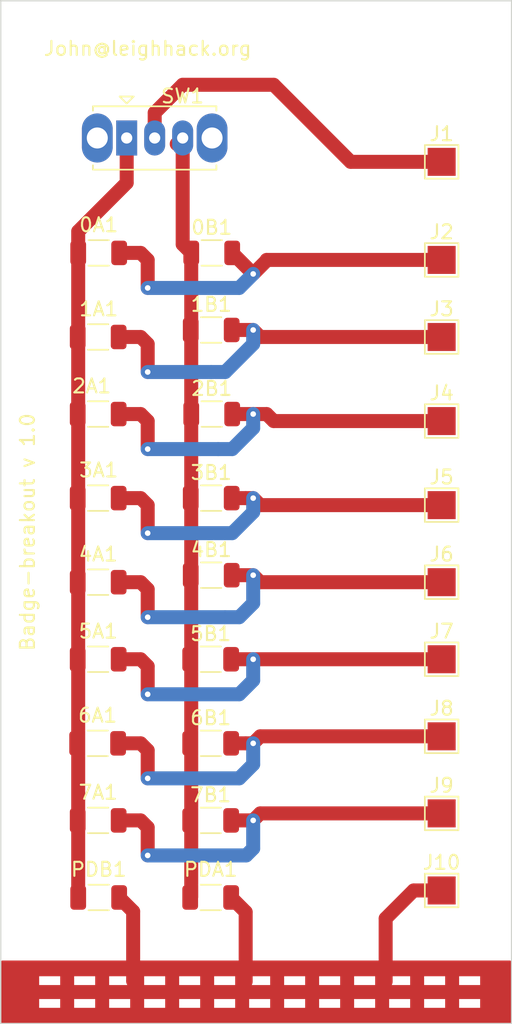
<source format=kicad_pcb>
(kicad_pcb (version 20240108) (generator "pcbnew") (generator_version "8.0")
  (layers (0 "F.Cu" signal) (31 "B.Cu" signal) (34 "B.Paste" user) (35 "F.Paste" user) (36 "B.SilkS" user "B.Silkscreen") (37 "F.SilkS" user "F.Silkscreen") (38 "B.Mask" user) (39 "F.Mask" user) (44 "Edge.Cuts" user))
  (net 0 "")
  (net 1 "Net-(J1-Pin_1)")
  (net 2 "Net-(J2-Pin_1)")
  (net 3 "GND")
  (net 4 "Net-(SW1A-A)")
  (net 5 "Net-(SW1A-C)")
  (net 6 "Net-(J3-Pin_1)")
  (net 7 "Net-(J4-Pin_1)")
  (net 8 "Net-(J5-Pin_1)")
  (net 9 "Net-(J6-Pin_1)")
  (net 10 "Net-(J8-Pin_1)")
  (net 11 "Net-(J9-Pin_1)")
  (net 12 "Net-(J7-Pin_1)")
  (footprint "TestPoint:TestPoint_Pad_2.0x2.0mm" (layer "F.Cu") (at 140.5 83)
    (property "Reference" "J5" (at 0 -1.998 0) (layer "F.SilkS"))
    (property "Value" "Bit")
    (fp_line (start -1.2 -1.2) (end 1.2 -1.2) (stroke (width 0.12)) (layer "F.SilkS"))
    (fp_line (start -1.2 1.2) (end -1.2 -1.2) (stroke (width 0.12)) (layer "F.SilkS"))
    (fp_line (start 1.2 -1.2) (end 1.2 1.2) (stroke (width 0.12)) (layer "F.SilkS"))
    (fp_line (start 1.2 1.2) (end -1.2 1.2) (stroke (width 0.12)) (layer "F.SilkS"))
    (pad "1" smd rect (at 0 0) (size 2 2) (layers "F.Cu" "F.Mask") (net 8 "Net-(J5-Pin_1)"))
  )
  (footprint "Resistor_SMD:R_1206_3216Metric" (layer "F.Cu") (at 115.9625 88.5)
    (property "Reference" "4A1" (at 0 -2 0) (layer "F.SilkS"))
    (property "Value" "R")
    (fp_line (start -0.727064 -0.91) (end 0.727064 -0.91) (stroke (width 0.12)) (layer "F.SilkS"))
    (fp_line (start -0.727064 0.91) (end 0.727064 0.91) (stroke (width 0.12)) (layer "F.SilkS"))
    (pad "1" smd roundrect (at -1.4625 0) (size 1.125 1.75) (layers "F.Cu" "F.Paste" "F.Mask") (roundrect_rratio 0.222222) (net 4 "Net-(SW1A-A)"))
    (pad "2" smd roundrect (at 1.4625 0) (size 1.125 1.75) (layers "F.Cu" "F.Paste" "F.Mask") (roundrect_rratio 0.222222) (net 9 "Net-(J6-Pin_1)"))
  )
  (footprint "Button_Switch_THT:SW_Slide_SPDT_Straight_CK_OS102011MS2Q" (layer "F.Cu") (at 118 56.7975)
    (property "Reference" "SW1" (at 3.99 -2.99 0) (layer "F.SilkS"))
    (property "Value" "SW_DPDT_x2")
    (fp_line (start -2.41 -2.26) (end 6.41 -2.26) (stroke (width 0.12)) (layer "F.SilkS"))
    (fp_line (start -2.41 -1.95) (end -2.41 -2.26) (stroke (width 0.12)) (layer "F.SilkS"))
    (fp_line (start -2.41 2.26) (end -2.41 1.95) (stroke (width 0.12)) (layer "F.SilkS"))
    (fp_line (start -0.5 -2.96) (end 0 -2.46) (stroke (width 0.12)) (layer "F.SilkS"))
    (fp_line (start 0 -2.46) (end 0.5 -2.96) (stroke (width 0.12)) (layer "F.SilkS"))
    (fp_line (start 0.5 -2.96) (end -0.5 -2.96) (stroke (width 0.12)) (layer "F.SilkS"))
    (fp_line (start 6.41 -2.26) (end 6.41 -1.95) (stroke (width 0.12)) (layer "F.SilkS"))
    (fp_line (start 6.41 2.26) (end -2.41 2.26) (stroke (width 0.12)) (layer "F.SilkS"))
    (fp_line (start 6.41 2.26) (end 6.41 1.95) (stroke (width 0.12)) (layer "F.SilkS"))
    (pad "" thru_hole oval (at -2.1 0) (size 2.2 3.5) (drill 1.5) (layers "*.Cu" "*.Mask"))
    (pad "" thru_hole oval (at 6.1 0) (size 2.2 3.5) (drill 1.5) (layers "*.Cu" "*.Mask"))
    (pad "1" thru_hole rect (at 0 0) (size 1.5 2.5) (drill 0.8) (layers "*.Cu" "*.Mask") (net 4 "Net-(SW1A-A)"))
    (pad "2" thru_hole oval (at 2 0) (size 1.5 2.5) (drill 0.8) (layers "*.Cu" "*.Mask") (net 1 "Net-(J1-Pin_1)"))
    (pad "3" thru_hole oval (at 4 0) (size 1.5 2.5) (drill 0.8) (layers "*.Cu" "*.Mask") (net 5 "Net-(SW1A-C)"))
  )
  (footprint "Resistor_SMD:R_1206_3216Metric" (layer "F.Cu") (at 115.925 100)
    (property "Reference" "6A1" (at 0 -2 0) (layer "F.SilkS"))
    (property "Value" "R")
    (fp_line (start -0.727064 -0.91) (end 0.727064 -0.91) (stroke (width 0.12)) (layer "F.SilkS"))
    (fp_line (start -0.727064 0.91) (end 0.727064 0.91) (stroke (width 0.12)) (layer "F.SilkS"))
    (pad "1" smd roundrect (at -1.4625 0) (size 1.125 1.75) (layers "F.Cu" "F.Paste" "F.Mask") (roundrect_rratio 0.222222) (net 4 "Net-(SW1A-A)"))
    (pad "2" smd roundrect (at 1.4625 0) (size 1.125 1.75) (layers "F.Cu" "F.Paste" "F.Mask") (roundrect_rratio 0.222222) (net 10 "Net-(J8-Pin_1)"))
  )
  (footprint "TestPoint:TestPoint_Pad_2.0x2.0mm" (layer "F.Cu") (at 140.5 94)
    (property "Reference" "J7" (at 0 -1.998 0) (layer "F.SilkS"))
    (property "Value" "Bit")
    (fp_line (start -1.2 -1.2) (end 1.2 -1.2) (stroke (width 0.12)) (layer "F.SilkS"))
    (fp_line (start -1.2 1.2) (end -1.2 -1.2) (stroke (width 0.12)) (layer "F.SilkS"))
    (fp_line (start 1.2 -1.2) (end 1.2 1.2) (stroke (width 0.12)) (layer "F.SilkS"))
    (fp_line (start 1.2 1.2) (end -1.2 1.2) (stroke (width 0.12)) (layer "F.SilkS"))
    (pad "1" smd rect (at 0 0) (size 2 2) (layers "F.Cu" "F.Mask") (net 12 "Net-(J7-Pin_1)"))
  )
  (footprint "Resistor_SMD:R_1206_3216Metric" (layer "F.Cu") (at 115.9625 94)
    (property "Reference" "5A1" (at 0 -2 0) (layer "F.SilkS"))
    (property "Value" "R")
    (fp_line (start -0.727064 -0.91) (end 0.727064 -0.91) (stroke (width 0.12)) (layer "F.SilkS"))
    (fp_line (start -0.727064 0.91) (end 0.727064 0.91) (stroke (width 0.12)) (layer "F.SilkS"))
    (pad "1" smd roundrect (at -1.4625 0) (size 1.125 1.75) (layers "F.Cu" "F.Paste" "F.Mask") (roundrect_rratio 0.222222) (net 4 "Net-(SW1A-A)"))
    (pad "2" smd roundrect (at 1.4625 0) (size 1.125 1.75) (layers "F.Cu" "F.Paste" "F.Mask") (roundrect_rratio 0.222222) (net 12 "Net-(J7-Pin_1)"))
  )
  (footprint "Resistor_SMD:R_1206_3216Metric" (layer "F.Cu") (at 115.9625 82.5)
    (property "Reference" "3A1" (at 0.0375 -2 0) (layer "F.SilkS"))
    (property "Value" "R")
    (fp_line (start -0.727064 -0.91) (end 0.727064 -0.91) (stroke (width 0.12)) (layer "F.SilkS"))
    (fp_line (start -0.727064 0.91) (end 0.727064 0.91) (stroke (width 0.12)) (layer "F.SilkS"))
    (pad "1" smd roundrect (at -1.4625 0) (size 1.125 1.75) (layers "F.Cu" "F.Paste" "F.Mask") (roundrect_rratio 0.222222) (net 4 "Net-(SW1A-A)"))
    (pad "2" smd roundrect (at 1.4625 0) (size 1.125 1.75) (layers "F.Cu" "F.Paste" "F.Mask") (roundrect_rratio 0.222222) (net 8 "Net-(J5-Pin_1)"))
  )
  (footprint "TestPoint:TestPoint_Pad_2.0x2.0mm" (layer "F.Cu") (at 140.5 58.5)
    (property "Reference" "J1" (at 0 -1.998 0) (layer "F.SilkS"))
    (property "Value" "Power-Pin")
    (fp_line (start -1.2 -1.2) (end 1.2 -1.2) (stroke (width 0.12)) (layer "F.SilkS"))
    (fp_line (start -1.2 1.2) (end -1.2 -1.2) (stroke (width 0.12)) (layer "F.SilkS"))
    (fp_line (start 1.2 -1.2) (end 1.2 1.2) (stroke (width 0.12)) (layer "F.SilkS"))
    (fp_line (start 1.2 1.2) (end -1.2 1.2) (stroke (width 0.12)) (layer "F.SilkS"))
    (pad "1" smd rect (at 0 0) (size 2 2) (layers "F.Cu" "F.Mask") (net 1 "Net-(J1-Pin_1)"))
  )
  (footprint "Resistor_SMD:R_1206_3216Metric" (layer "F.Cu") (at 124 94)
    (property "Reference" "5B1" (at 0 -1.82 0) (layer "F.SilkS"))
    (property "Value" "R")
    (fp_line (start -0.727064 -0.91) (end 0.727064 -0.91) (stroke (width 0.12)) (layer "F.SilkS"))
    (fp_line (start -0.727064 0.91) (end 0.727064 0.91) (stroke (width 0.12)) (layer "F.SilkS"))
    (pad "1" smd roundrect (at -1.4625 0) (size 1.125 1.75) (layers "F.Cu" "F.Paste" "F.Mask") (roundrect_rratio 0.222222) (net 5 "Net-(SW1A-C)"))
    (pad "2" smd roundrect (at 1.4625 0) (size 1.125 1.75) (layers "F.Cu" "F.Paste" "F.Mask") (roundrect_rratio 0.222222) (net 12 "Net-(J7-Pin_1)"))
  )
  (footprint "TestPoint:TestPoint_Pad_2.0x2.0mm" (layer "F.Cu") (at 140.5 99.5)
    (property "Reference" "J8" (at 0 -1.998 0) (layer "F.SilkS"))
    (property "Value" "Bit")
    (fp_line (start -1.2 -1.2) (end 1.2 -1.2) (stroke (width 0.12)) (layer "F.SilkS"))
    (fp_line (start -1.2 1.2) (end -1.2 -1.2) (stroke (width 0.12)) (layer "F.SilkS"))
    (fp_line (start 1.2 -1.2) (end 1.2 1.2) (stroke (width 0.12)) (layer "F.SilkS"))
    (fp_line (start 1.2 1.2) (end -1.2 1.2) (stroke (width 0.12)) (layer "F.SilkS"))
    (pad "1" smd rect (at 0 0) (size 2 2) (layers "F.Cu" "F.Mask") (net 10 "Net-(J8-Pin_1)"))
  )
  (footprint "TestPoint:TestPoint_Pad_2.0x2.0mm" (layer "F.Cu") (at 140.5 65.5)
    (property "Reference" "J2" (at 0 -1.998 0) (layer "F.SilkS"))
    (property "Value" "Bit")
    (fp_line (start -1.2 -1.2) (end 1.2 -1.2) (stroke (width 0.12)) (layer "F.SilkS"))
    (fp_line (start -1.2 1.2) (end -1.2 -1.2) (stroke (width 0.12)) (layer "F.SilkS"))
    (fp_line (start 1.2 -1.2) (end 1.2 1.2) (stroke (width 0.12)) (layer "F.SilkS"))
    (fp_line (start 1.2 1.2) (end -1.2 1.2) (stroke (width 0.12)) (layer "F.SilkS"))
    (pad "1" smd rect (at 0 0) (size 2 2) (layers "F.Cu" "F.Mask") (net 2 "Net-(J2-Pin_1)"))
  )
  (footprint "Resistor_SMD:R_1206_3216Metric" (layer "F.Cu") (at 115.9625 105.5)
    (property "Reference" "7A1" (at 0 -2 0) (layer "F.SilkS"))
    (property "Value" "R")
    (fp_line (start -0.727064 -0.91) (end 0.727064 -0.91) (stroke (width 0.12)) (layer "F.SilkS"))
    (fp_line (start -0.727064 0.91) (end 0.727064 0.91) (stroke (width 0.12)) (layer "F.SilkS"))
    (pad "1" smd roundrect (at -1.4625 0) (size 1.125 1.75) (layers "F.Cu" "F.Paste" "F.Mask") (roundrect_rratio 0.222222) (net 4 "Net-(SW1A-A)"))
    (pad "2" smd roundrect (at 1.4625 0) (size 1.125 1.75) (layers "F.Cu" "F.Paste" "F.Mask") (roundrect_rratio 0.222222) (net 11 "Net-(J9-Pin_1)"))
  )
  (footprint "TestPoint:TestPoint_Pad_2.0x2.0mm" (layer "F.Cu") (at 140.5 77)
    (property "Reference" "J4" (at 0 -1.998 0) (layer "F.SilkS"))
    (property "Value" "Bit")
    (fp_line (start -1.2 -1.2) (end 1.2 -1.2) (stroke (width 0.12)) (layer "F.SilkS"))
    (fp_line (start -1.2 1.2) (end -1.2 -1.2) (stroke (width 0.12)) (layer "F.SilkS"))
    (fp_line (start 1.2 -1.2) (end 1.2 1.2) (stroke (width 0.12)) (layer "F.SilkS"))
    (fp_line (start 1.2 1.2) (end -1.2 1.2) (stroke (width 0.12)) (layer "F.SilkS"))
    (pad "1" smd rect (at 0 0) (size 2 2) (layers "F.Cu" "F.Mask") (net 7 "Net-(J4-Pin_1)"))
  )
  (footprint "Resistor_SMD:R_1206_3216Metric" (layer "F.Cu") (at 116 111 180)
    (property "Reference" "PDB1" (at 0 2 180) (layer "F.SilkS"))
    (property "Value" "10k" (hide yes))
    (fp_line (start -0.727064 0.91) (end 0.727064 0.91) (stroke (width 0.12)) (layer "F.SilkS"))
    (fp_line (start -0.727064 -0.91) (end 0.727064 -0.91) (stroke (width 0.12)) (layer "F.SilkS"))
    (pad "1" smd roundrect (at -1.4625 0 180) (size 1.125 1.75) (layers "F.Cu" "F.Paste" "F.Mask") (roundrect_rratio 0.222222) (net 3 "GND"))
    (pad "2" smd roundrect (at 1.4625 0 180) (size 1.125 1.75) (layers "F.Cu" "F.Paste" "F.Mask") (roundrect_rratio 0.222222) (net 4 "Net-(SW1A-A)"))
  )
  (footprint "TestPoint:TestPoint_Pad_2.0x2.0mm" (layer "F.Cu") (at 140.5 105)
    (property "Reference" "J9" (at 0 -1.998 0) (layer "F.SilkS"))
    (property "Value" "Bit")
    (fp_line (start -1.2 -1.2) (end 1.2 -1.2) (stroke (width 0.12)) (layer "F.SilkS"))
    (fp_line (start -1.2 1.2) (end -1.2 -1.2) (stroke (width 0.12)) (layer "F.SilkS"))
    (fp_line (start 1.2 -1.2) (end 1.2 1.2) (stroke (width 0.12)) (layer "F.SilkS"))
    (fp_line (start 1.2 1.2) (end -1.2 1.2) (stroke (width 0.12)) (layer "F.SilkS"))
    (pad "1" smd rect (at 0 0) (size 2 2) (layers "F.Cu" "F.Mask") (net 11 "Net-(J9-Pin_1)"))
  )
  (footprint "Resistor_SMD:R_1206_3216Metric" (layer "F.Cu") (at 124.075 65)
    (property "Reference" "0B1" (at 0 -1.82 0) (layer "F.SilkS"))
    (property "Value" "R")
    (fp_line (start -0.727064 -0.91) (end 0.727064 -0.91) (stroke (width 0.12)) (layer "F.SilkS"))
    (fp_line (start -0.727064 0.91) (end 0.727064 0.91) (stroke (width 0.12)) (layer "F.SilkS"))
    (pad "1" smd roundrect (at -1.4625 0) (size 1.125 1.75) (layers "F.Cu" "F.Paste" "F.Mask") (roundrect_rratio 0.222222) (net 5 "Net-(SW1A-C)"))
    (pad "2" smd roundrect (at 1.4625 0) (size 1.125 1.75) (layers "F.Cu" "F.Paste" "F.Mask") (roundrect_rratio 0.222222) (net 2 "Net-(J2-Pin_1)"))
  )
  (footprint "TestPoint:TestPoint_Pad_2.0x2.0mm" (layer "F.Cu") (at 140.5 88.5)
    (property "Reference" "J6" (at 0 -1.998 0) (layer "F.SilkS"))
    (property "Value" "Bit")
    (fp_line (start -1.2 -1.2) (end 1.2 -1.2) (stroke (width 0.12)) (layer "F.SilkS"))
    (fp_line (start -1.2 1.2) (end -1.2 -1.2) (stroke (width 0.12)) (layer "F.SilkS"))
    (fp_line (start 1.2 -1.2) (end 1.2 1.2) (stroke (width 0.12)) (layer "F.SilkS"))
    (fp_line (start 1.2 1.2) (end -1.2 1.2) (stroke (width 0.12)) (layer "F.SilkS"))
    (pad "1" smd rect (at 0 0) (size 2 2) (layers "F.Cu" "F.Mask") (net 9 "Net-(J6-Pin_1)"))
  )
  (footprint "Resistor_SMD:R_1206_3216Metric" (layer "F.Cu") (at 124 100)
    (property "Reference" "6B1" (at 0 -1.82 0) (layer "F.SilkS"))
    (property "Value" "R")
    (fp_line (start -0.727064 -0.91) (end 0.727064 -0.91) (stroke (width 0.12)) (layer "F.SilkS"))
    (fp_line (start -0.727064 0.91) (end 0.727064 0.91) (stroke (width 0.12)) (layer "F.SilkS"))
    (pad "1" smd roundrect (at -1.4625 0) (size 1.125 1.75) (layers "F.Cu" "F.Paste" "F.Mask") (roundrect_rratio 0.222222) (net 5 "Net-(SW1A-C)"))
    (pad "2" smd roundrect (at 1.4625 0) (size 1.125 1.75) (layers "F.Cu" "F.Paste" "F.Mask") (roundrect_rratio 0.222222) (net 10 "Net-(J8-Pin_1)"))
  )
  (footprint "Resistor_SMD:R_1206_3216Metric" (layer "F.Cu") (at 124.0375 82.5)
    (property "Reference" "3B1" (at 0 -1.82 0) (layer "F.SilkS"))
    (property "Value" "R")
    (fp_line (start -0.727064 -0.91) (end 0.727064 -0.91) (stroke (width 0.12)) (layer "F.SilkS"))
    (fp_line (start -0.727064 0.91) (end 0.727064 0.91) (stroke (width 0.12)) (layer "F.SilkS"))
    (pad "1" smd roundrect (at -1.4625 0) (size 1.125 1.75) (layers "F.Cu" "F.Paste" "F.Mask") (roundrect_rratio 0.222222) (net 5 "Net-(SW1A-C)"))
    (pad "2" smd roundrect (at 1.4625 0) (size 1.125 1.75) (layers "F.Cu" "F.Paste" "F.Mask") (roundrect_rratio 0.222222) (net 8 "Net-(J5-Pin_1)"))
  )
  (footprint "TestPoint:TestPoint_Pad_2.0x2.0mm" (layer "F.Cu") (at 140.5 71)
    (property "Reference" "J3" (at 0 -1.998 0) (layer "F.SilkS"))
    (property "Value" "Bit")
    (fp_line (start -1.2 -1.2) (end 1.2 -1.2) (stroke (width 0.12)) (layer "F.SilkS"))
    (fp_line (start -1.2 1.2) (end -1.2 -1.2) (stroke (width 0.12)) (layer "F.SilkS"))
    (fp_line (start 1.2 -1.2) (end 1.2 1.2) (stroke (width 0.12)) (layer "F.SilkS"))
    (fp_line (start 1.2 1.2) (end -1.2 1.2) (stroke (width 0.12)) (layer "F.SilkS"))
    (pad "1" smd rect (at 0 0) (size 2 2) (layers "F.Cu" "F.Mask") (net 6 "Net-(J3-Pin_1)"))
  )
  (footprint "Resistor_SMD:R_1206_3216Metric" (layer "F.Cu") (at 124.0375 88)
    (property "Reference" "4B1" (at 0 -1.82 0) (layer "F.SilkS"))
    (property "Value" "R")
    (fp_line (start -0.727064 -0.91) (end 0.727064 -0.91) (stroke (width 0.12)) (layer "F.SilkS"))
    (fp_line (start -0.727064 0.91) (end 0.727064 0.91) (stroke (width 0.12)) (layer "F.SilkS"))
    (pad "1" smd roundrect (at -1.4625 0) (size 1.125 1.75) (layers "F.Cu" "F.Paste" "F.Mask") (roundrect_rratio 0.222222) (net 5 "Net-(SW1A-C)"))
    (pad "2" smd roundrect (at 1.4625 0) (size 1.125 1.75) (layers "F.Cu" "F.Paste" "F.Mask") (roundrect_rratio 0.222222) (net 9 "Net-(J6-Pin_1)"))
  )
  (footprint "TestPoint:TestPoint_Pad_2.0x2.0mm" (layer "F.Cu") (at 140.5 110.5)
    (property "Reference" "J10" (at 0 -2 0) (layer "F.SilkS"))
    (property "Value" "GND")
    (fp_line (start -1.2 -1.2) (end 1.2 -1.2) (stroke (width 0.12)) (layer "F.SilkS"))
    (fp_line (start -1.2 1.2) (end -1.2 -1.2) (stroke (width 0.12)) (layer "F.SilkS"))
    (fp_line (start 1.2 -1.2) (end 1.2 1.2) (stroke (width 0.12)) (layer "F.SilkS"))
    (fp_line (start 1.2 1.2) (end -1.2 1.2) (stroke (width 0.12)) (layer "F.SilkS"))
    (pad "1" smd rect (at 0 0) (size 2 2) (layers "F.Cu" "F.Mask") (net 3 "GND"))
  )
  (footprint "Resistor_SMD:R_1206_3216Metric" (layer "F.Cu") (at 124.0375 70.5)
    (property "Reference" "1B1" (at 0 -1.82 0) (layer "F.SilkS"))
    (property "Value" "R")
    (fp_line (start -0.727064 -0.91) (end 0.727064 -0.91) (stroke (width 0.12)) (layer "F.SilkS"))
    (fp_line (start -0.727064 0.91) (end 0.727064 0.91) (stroke (width 0.12)) (layer "F.SilkS"))
    (pad "1" smd roundrect (at -1.4625 0) (size 1.125 1.75) (layers "F.Cu" "F.Paste" "F.Mask") (roundrect_rratio 0.222222) (net 5 "Net-(SW1A-C)"))
    (pad "2" smd roundrect (at 1.4625 0) (size 1.125 1.75) (layers "F.Cu" "F.Paste" "F.Mask") (roundrect_rratio 0.222222) (net 6 "Net-(J3-Pin_1)"))
  )
  (footprint "Resistor_SMD:R_1206_3216Metric" (layer "F.Cu") (at 116 65)
    (property "Reference" "0A1" (at 0 -2 0) (layer "F.SilkS"))
    (property "Value" "R")
    (fp_line (start -0.727064 -0.91) (end 0.727064 -0.91) (stroke (width 0.12)) (layer "F.SilkS"))
    (fp_line (start -0.727064 0.91) (end 0.727064 0.91) (stroke (width 0.12)) (layer "F.SilkS"))
    (pad "1" smd roundrect (at -1.4625 0) (size 1.125 1.75) (layers "F.Cu" "F.Paste" "F.Mask") (roundrect_rratio 0.222222) (net 4 "Net-(SW1A-A)"))
    (pad "2" smd roundrect (at 1.4625 0) (size 1.125 1.75) (layers "F.Cu" "F.Paste" "F.Mask") (roundrect_rratio 0.222222) (net 2 "Net-(J2-Pin_1)"))
  )
  (footprint "Resistor_SMD:R_1206_3216Metric" (layer "F.Cu") (at 115.9625 76.5)
    (property "Reference" "2A1" (at -0.4625 -2 0) (layer "F.SilkS"))
    (property "Value" "R")
    (fp_line (start -0.727064 -0.91) (end 0.727064 -0.91) (stroke (width 0.12)) (layer "F.SilkS"))
    (fp_line (start -0.727064 0.91) (end 0.727064 0.91) (stroke (width 0.12)) (layer "F.SilkS"))
    (pad "1" smd roundrect (at -1.4625 0) (size 1.125 1.75) (layers "F.Cu" "F.Paste" "F.Mask") (roundrect_rratio 0.222222) (net 4 "Net-(SW1A-A)"))
    (pad "2" smd roundrect (at 1.4625 0) (size 1.125 1.75) (layers "F.Cu" "F.Paste" "F.Mask") (roundrect_rratio 0.222222) (net 7 "Net-(J4-Pin_1)"))
  )
  (footprint "Resistor_SMD:R_1206_3216Metric" (layer "F.Cu") (at 115.9625 71)
    (property "Reference" "1A1" (at 0.0375 -2 0) (layer "F.SilkS"))
    (property "Value" "R")
    (fp_line (start -0.727064 -0.91) (end 0.727064 -0.91) (stroke (width 0.12)) (layer "F.SilkS"))
    (fp_line (start -0.727064 0.91) (end 0.727064 0.91) (stroke (width 0.12)) (layer "F.SilkS"))
    (pad "1" smd roundrect (at -1.4625 0) (size 1.125 1.75) (layers "F.Cu" "F.Paste" "F.Mask") (roundrect_rratio 0.222222) (net 4 "Net-(SW1A-A)"))
    (pad "2" smd roundrect (at 1.4625 0) (size 1.125 1.75) (layers "F.Cu" "F.Paste" "F.Mask") (roundrect_rratio 0.222222) (net 6 "Net-(J3-Pin_1)"))
  )
  (footprint "Resistor_SMD:R_1206_3216Metric" (layer "F.Cu") (at 124 105.5)
    (property "Reference" "7B1" (at 0 -1.82 0) (layer "F.SilkS"))
    (property "Value" "R")
    (fp_line (start -0.727064 -0.91) (end 0.727064 -0.91) (stroke (width 0.12)) (layer "F.SilkS"))
    (fp_line (start -0.727064 0.91) (end 0.727064 0.91) (stroke (width 0.12)) (layer "F.SilkS"))
    (pad "1" smd roundrect (at -1.4625 0) (size 1.125 1.75) (layers "F.Cu" "F.Paste" "F.Mask") (roundrect_rratio 0.222222) (net 5 "Net-(SW1A-C)"))
    (pad "2" smd roundrect (at 1.4625 0) (size 1.125 1.75) (layers "F.Cu" "F.Paste" "F.Mask") (roundrect_rratio 0.222222) (net 11 "Net-(J9-Pin_1)"))
  )
  (footprint "Resistor_SMD:R_1206_3216Metric" (layer "F.Cu") (at 124 111 180)
    (property "Reference" "PDA1" (at 0 2 180) (layer "F.SilkS"))
    (property "Value" "10k")
    (fp_line (start -0.727064 0.91) (end 0.727064 0.91) (stroke (width 0.12)) (layer "F.SilkS"))
    (fp_line (start -0.727064 -0.91) (end 0.727064 -0.91) (stroke (width 0.12)) (layer "F.SilkS"))
    (pad "1" smd roundrect (at -1.4625 0 180) (size 1.125 1.75) (layers "F.Cu" "F.Paste" "F.Mask") (roundrect_rratio 0.222222) (net 3 "GND"))
    (pad "2" smd roundrect (at 1.4625 0 180) (size 1.125 1.75) (layers "F.Cu" "F.Paste" "F.Mask") (roundrect_rratio 0.222222) (net 5 "Net-(SW1A-C)"))
  )
  (footprint "Resistor_SMD:R_1206_3216Metric" (layer "F.Cu") (at 124.075 76.5)
    (property "Reference" "2B1" (at 0 -1.82 0) (layer "F.SilkS"))
    (property "Value" "R")
    (fp_line (start -0.727064 -0.91) (end 0.727064 -0.91) (stroke (width 0.12)) (layer "F.SilkS"))
    (fp_line (start -0.727064 0.91) (end 0.727064 0.91) (stroke (width 0.12)) (layer "F.SilkS"))
    (pad "1" smd roundrect (at -1.4625 0) (size 1.125 1.75) (layers "F.Cu" "F.Paste" "F.Mask") (roundrect_rratio 0.222222) (net 5 "Net-(SW1A-C)"))
    (pad "2" smd roundrect (at 1.4625 0) (size 1.125 1.75) (layers "F.Cu" "F.Paste" "F.Mask") (roundrect_rratio 0.222222) (net 7 "Net-(J4-Pin_1)"))
  )
  (gr_rect (start 109 47) (end 145.5 120) (stroke (width 0.1)) (fill none) (layer "Edge.Cuts"))
  (gr_text "John@leighhack.org" (at 112 51 0) (layer "F.SilkS") (effects (font (size 1 1)) (justify left bottom)))
  (gr_text "Badge-breakout v 1.0" (at 111.5 93.5 90) (layer "F.SilkS") (effects (font (size 1 1)) (justify left bottom)))
  (segment (start 122 53) (end 128.5 53) (width 1) (layer "F.Cu") (net 1))
  (segment (start 120 56.7975) (end 120 55) (width 1) (layer "F.Cu") (net 1))
  (segment (start 128.5 53) (end 134 58.5) (width 1) (layer "F.Cu") (net 1))
  (segment (start 120 55) (end 122 53) (width 1) (layer "F.Cu") (net 1))
  (segment (start 134 58.5) (end 140.5 58.5) (width 1) (layer "F.Cu") (net 1))
  (segment (start 127.0375 66.5) (end 128 65.5375) (width 1) (layer "F.Cu") (net 2))
  (segment (start 117.4625 65) (end 119 65) (width 1) (layer "F.Cu") (net 2))
  (segment (start 119 65) (end 119.5 65.5) (width 1) (layer "F.Cu") (net 2))
  (segment (start 119.5 65.5) (end 119.5 67.5) (width 1) (layer "F.Cu") (net 2))
  (segment (start 128 65.5) (end 140.5 65.5) (width 1) (layer "F.Cu") (net 2))
  (segment (start 128 65.5375) (end 128 65.5) (width 1) (layer "F.Cu") (net 2))
  (segment (start 125.5375 65) (end 127.0375 66.5) (width 1) (layer "F.Cu") (net 2))
  (via (at 127.0375 66.5) (size 0.8) (drill 0.4) (layers "F.Cu" "B.Cu") (net 2))
  (via (at 119.5 67.5) (size 0.8) (drill 0.4) (layers "F.Cu" "B.Cu") (net 2))
  (segment (start 126.0375 67.5) (end 119.5 67.5) (width 1) (layer "B.Cu") (net 2))
  (segment (start 127.0375 66.5) (end 126.0375 67.5) (width 1) (layer "B.Cu") (net 2))
  (segment (start 118.4625 116.9625) (end 118.5 117) (width 1) (layer "F.Cu") (net 3))
  (segment (start 136.5 112.5) (end 136.5 117) (width 1) (layer "F.Cu") (net 3))
  (segment (start 117.4625 111) (end 118.4625 112) (width 1) (layer "F.Cu") (net 3))
  (segment (start 118.4625 112) (end 118.4625 116.9625) (width 1) (layer "F.Cu") (net 3))
  (segment (start 125.4625 111) (end 126.5 112.0375) (width 1) (layer "F.Cu") (net 3))
  (segment (start 126.5 112.0375) (end 126.5 117) (width 1) (layer "F.Cu") (net 3))
  (segment (start 138.5 110.5) (end 136.5 112.5) (width 1) (layer "F.Cu") (net 3))
  (segment (start 140.5 110.5) (end 138.5 110.5) (width 1) (layer "F.Cu") (net 3))
  (segment (start 114.5375 65) (end 114.5375 111) (width 1) (layer "F.Cu") (net 4))
  (segment (start 114.5375 63.4625) (end 118 60) (width 1) (layer "F.Cu") (net 4))
  (segment (start 114.5375 65) (end 114.5375 63.4625) (width 1) (layer "F.Cu") (net 4))
  (segment (start 118 60) (end 118 56.7975) (width 1) (layer "F.Cu") (net 4))
  (segment (start 122.6125 65) (end 122 64.3875) (width 1) (layer "F.Cu") (net 5))
  (segment (start 122 64.3875) (end 122 56.7975) (width 1) (layer "F.Cu") (net 5))
  (segment (start 122.6125 65) (end 122.6125 110.925) (width 1) (layer "F.Cu") (net 5))
  (segment (start 121.575 57.2225) (end 122 56.7975) (width 1) (layer "F.Cu") (net 5))
  (segment (start 122.6125 110.925) (end 122.5375 111) (width 1) (layer "F.Cu") (net 5))
  (segment (start 127.0375 70.5) (end 127.5375 71) (width 1) (layer "F.Cu") (net 6))
  (segment (start 119 71) (end 119.5 71.5) (width 1) (layer "F.Cu") (net 6))
  (segment (start 125.5 70.5) (end 127.0375 70.5) (width 1) (layer "F.Cu") (net 6))
  (segment (start 117.425 71) (end 119 71) (width 1) (layer "F.Cu") (net 6))
  (segment (start 119.5 71.5) (end 119.5 73.5) (width 1) (layer "F.Cu") (net 6))
  (segment (start 127.5375 71) (end 140.5 71) (width 1) (layer "F.Cu") (net 6))
  (via (at 119.5 73.5) (size 0.8) (drill 0.4) (layers "F.Cu" "B.Cu") (net 6))
  (via (at 127.0375 70.5) (size 0.8) (drill 0.4) (layers "F.Cu" "B.Cu") (net 6))
  (segment (start 125.0375 73.5) (end 124.0375 73.5) (width 1) (layer "B.Cu") (net 6))
  (segment (start 127.0375 71.5) (end 125.0375 73.5) (width 1) (layer "B.Cu") (net 6))
  (segment (start 127.0375 70.5) (end 127.0375 71.5) (width 1) (layer "B.Cu") (net 6))
  (segment (start 124.0375 73.5) (end 119.5 73.5) (width 1) (layer "B.Cu") (net 6))
  (segment (start 127.0375 76.5375) (end 127.0375 76.5) (width 1) (layer "F.Cu") (net 7))
  (segment (start 119 76.5) (end 119.5 77) (width 1) (layer "F.Cu") (net 7))
  (segment (start 117.425 76.5) (end 119 76.5) (width 1) (layer "F.Cu") (net 7))
  (segment (start 125.5375 76.5) (end 127.0375 76.5) (width 1) (layer "F.Cu") (net 7))
  (segment (start 128.5 77) (end 140.5 77) (width 1) (layer "F.Cu") (net 7))
  (segment (start 128 76.5) (end 128.5 77) (width 1) (layer "F.Cu") (net 7))
  (segment (start 119.5 77) (end 119.5 79) (width 1) (layer "F.Cu") (net 7))
  (segment (start 127.0375 76.5) (end 128 76.5) (width 1) (layer "F.Cu") (net 7))
  (via (at 127.0375 76.5) (size 0.8) (drill 0.4) (layers "F.Cu" "B.Cu") (net 7))
  (via (at 119.5 79) (size 0.8) (drill 0.4) (layers "F.Cu" "B.Cu") (net 7))
  (segment (start 127.0375 77.5) (end 125.5375 79) (width 1) (layer "B.Cu") (net 7))
  (segment (start 125.5375 79) (end 124.5375 79) (width 1) (layer "B.Cu") (net 7))
  (segment (start 124.5375 79) (end 119.5 79) (width 1) (layer "B.Cu") (net 7))
  (segment (start 127.0375 76.5) (end 127.0375 77.5) (width 1) (layer "B.Cu") (net 7))
  (segment (start 117.425 82.5) (end 119 82.5) (width 1) (layer "F.Cu") (net 8))
  (segment (start 125.5 82.5) (end 126.5 82.5) (width 1) (layer "F.Cu") (net 8))
  (segment (start 119 82.5) (end 119.5 83) (width 1) (layer "F.Cu") (net 8))
  (segment (start 119.5 83) (end 119.5 85) (width 1) (layer "F.Cu") (net 8))
  (segment (start 126.5 82.5) (end 127.0375 82.5) (width 1) (layer "F.Cu") (net 8))
  (segment (start 127.5375 83) (end 140.5 83) (width 1) (layer "F.Cu") (net 8))
  (segment (start 127.0375 82.5375) (end 127.0375 82.5) (width 1) (layer "F.Cu") (net 8))
  (segment (start 127.0375 82.5) (end 127.5375 83) (width 1) (layer "F.Cu") (net 8))
  (via (at 127.0375 82.5) (size 0.8) (drill 0.4) (layers "F.Cu" "B.Cu") (net 8))
  (via (at 119.5 85) (size 0.8) (drill 0.4) (layers "F.Cu" "B.Cu") (net 8))
  (segment (start 127.0375 82.5) (end 127.0375 83.5) (width 1) (layer "B.Cu") (net 8))
  (segment (start 127.0375 83.5) (end 125.5375 85) (width 1) (layer "B.Cu") (net 8))
  (segment (start 125.5375 85) (end 119.5 85) (width 1) (layer "B.Cu") (net 8))
  (segment (start 119.5 89) (end 119.5 91) (width 1) (layer "F.Cu") (net 9))
  (segment (start 117.425 88.5) (end 119 88.5) (width 1) (layer "F.Cu") (net 9))
  (segment (start 125.5 88) (end 127.0375 88) (width 1) (layer "F.Cu") (net 9))
  (segment (start 127.5375 88.5) (end 140.5 88.5) (width 1) (layer "F.Cu") (net 9))
  (segment (start 119 88.5) (end 119.5 89) (width 1) (layer "F.Cu") (net 9))
  (segment (start 127.0375 88) (end 127.5375 88.5) (width 1) (layer "F.Cu") (net 9))
  (via (at 127.0375 88) (size 0.8) (drill 0.4) (layers "F.Cu" "B.Cu") (net 9))
  (via (at 119.5 91) (size 0.8) (drill 0.4) (layers "F.Cu" "B.Cu") (net 9))
  (segment (start 119.5375 91) (end 119.5 91) (width 1) (layer "B.Cu") (net 9))
  (segment (start 127.0375 88) (end 127.0375 90) (width 1) (layer "B.Cu") (net 9))
  (segment (start 125.0375 91) (end 119.5375 91) (width 1) (layer "B.Cu") (net 9))
  (segment (start 127.0375 90) (end 126.0375 91) (width 1) (layer "B.Cu") (net 9))
  (segment (start 126.0375 91) (end 125.0375 91) (width 1) (layer "B.Cu") (net 9))
  (segment (start 119.5 102.5) (end 119.5 100.5) (width 1) (layer "F.Cu") (net 10))
  (segment (start 119.5 100.5) (end 119 100) (width 1) (layer "F.Cu") (net 10))
  (segment (start 125.4625 100) (end 126.5 100) (width 1) (layer "F.Cu") (net 10))
  (segment (start 126.5 100) (end 127.0375 100) (width 1) (layer "F.Cu") (net 10))
  (segment (start 119 100) (end 117.3875 100) (width 1) (layer "F.Cu") (net 10))
  (segment (start 127.0375 100) (end 127.5375 99.5) (width 1) (layer "F.Cu") (net 10))
  (segment (start 127.5375 99.5) (end 140.5 99.5) (width 1) (layer "F.Cu") (net 10))
  (via (at 119.5 102.5) (size 0.8) (drill 0.4) (layers "F.Cu" "B.Cu") (net 10))
  (via (at 127.0375 100) (size 0.8) (drill 0.4) (layers "F.Cu" "B.Cu") (net 10))
  (segment (start 126.0375 102.5) (end 119.5 102.5) (width 1) (layer "B.Cu") (net 10))
  (segment (start 127.0375 100) (end 127.0375 101.5) (width 1) (layer "B.Cu") (net 10))
  (segment (start 127.0375 101.5) (end 126.0375 102.5) (width 1) (layer "B.Cu") (net 10))
  (segment (start 125.4625 105.5) (end 127.0375 105.5) (width 1) (layer "F.Cu") (net 11))
  (segment (start 119.5 106) (end 119 105.5) (width 1) (layer "F.Cu") (net 11))
  (segment (start 119.5 108) (end 119.5 106) (width 1) (layer "F.Cu") (net 11))
  (segment (start 127.5375 105) (end 140.5 105) (width 1) (layer "F.Cu") (net 11))
  (segment (start 119 105.5) (end 117.425 105.5) (width 1) (layer "F.Cu") (net 11))
  (segment (start 127.0375 105.5) (end 127.5375 105) (width 1) (layer "F.Cu") (net 11))
  (via (at 127.0375 105.5) (size 0.8) (drill 0.4) (layers "F.Cu" "B.Cu") (net 11))
  (via (at 119.5 108) (size 0.8) (drill 0.4) (layers "F.Cu" "B.Cu") (net 11))
  (segment (start 127.0375 105.5) (end 127.0375 107.5) (width 1) (layer "B.Cu") (net 11))
  (segment (start 126.5375 108) (end 119.5 108) (width 1) (layer "B.Cu") (net 11))
  (segment (start 127.0375 107.5) (end 126.5375 108) (width 1) (layer "B.Cu") (net 11))
  (segment (start 119.5 96.5) (end 119.5 94.5) (width 1) (layer "F.Cu") (net 12))
  (segment (start 125.4625 94) (end 127.0375 94) (width 1) (layer "F.Cu") (net 12))
  (segment (start 127.0375 94) (end 140.5 94) (width 1) (layer "F.Cu") (net 12))
  (segment (start 119 94) (end 117.425 94) (width 1) (layer "F.Cu") (net 12))
  (segment (start 119.5 94.5) (end 119 94) (width 1) (layer "F.Cu") (net 12))
  (via (at 127.0375 94) (size 0.8) (drill 0.4) (layers "F.Cu" "B.Cu") (net 12))
  (via (at 119.5 96.5) (size 0.8) (drill 0.4) (layers "F.Cu" "B.Cu") (net 12))
  (segment (start 126.0375 96.5) (end 119.5 96.5) (width 1) (layer "B.Cu") (net 12))
  (segment (start 127.0375 95.5) (end 126.0375 96.5) (width 1) (layer "B.Cu") (net 12))
  (segment (start 127.0375 94) (end 127.0375 95.5) (width 1) (layer "B.Cu") (net 12))
  (zone (net 3) (net_name "GND") (layer "F.Cu") (name "ground") (connect_pads (clearance 0.5)) (min_thickness 0.25) (fill yes (mode hatch) (thermal_gap 0.5) (thermal_bridge_width 0.5) (hatch_thickness 1) (hatch_gap 1.5) (hatch_orientation 0) (hatch_border_algorithm hatch_thickness) (hatch_min_hole_area 0.3))
    (polygon (pts (xy 109 115.5) (xy 109 120) (xy 145.5 120) (xy 145.5 115.5)))
  )
)
</source>
